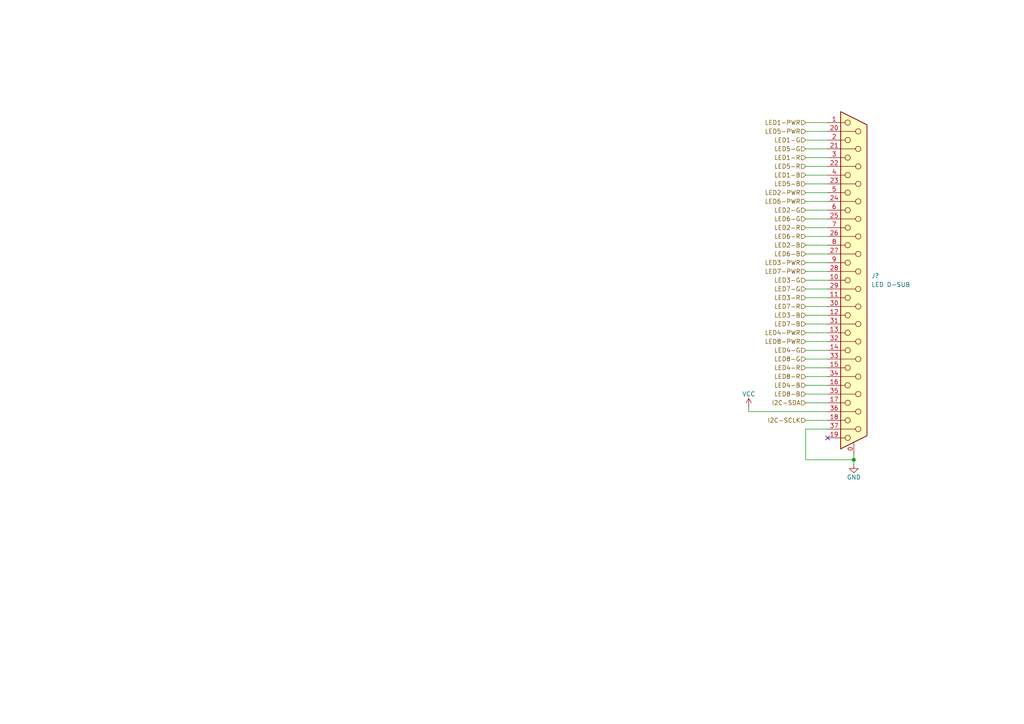
<source format=kicad_sch>
(kicad_sch (version 20211123) (generator eeschema)

  (uuid e8079b1f-88f2-4bf2-81f4-695f64cfde46)

  (paper "A4")

  (lib_symbols
    (symbol "Connector:DB37_Female_MountingHoles" (pin_names (offset 1.016) hide) (in_bom yes) (on_board yes)
      (property "Reference" "J" (id 0) (at 0 52.07 0)
        (effects (font (size 1.27 1.27)))
      )
      (property "Value" "DB37_Female_MountingHoles" (id 1) (at 0 50.165 0)
        (effects (font (size 1.27 1.27)))
      )
      (property "Footprint" "" (id 2) (at 0 0 0)
        (effects (font (size 1.27 1.27)) hide)
      )
      (property "Datasheet" " ~" (id 3) (at 0 0 0)
        (effects (font (size 1.27 1.27)) hide)
      )
      (property "ki_keywords" "female D-SUB connector" (id 4) (at 0 0 0)
        (effects (font (size 1.27 1.27)) hide)
      )
      (property "ki_description" "37-pin female D-SUB connector, Mounting Hole" (id 5) (at 0 0 0)
        (effects (font (size 1.27 1.27)) hide)
      )
      (property "ki_fp_filters" "DSUB*Female*" (id 6) (at 0 0 0)
        (effects (font (size 1.27 1.27)) hide)
      )
      (symbol "DB37_Female_MountingHoles_0_1"
        (circle (center -1.778 -45.72) (radius 0.762)
          (stroke (width 0) (type default) (color 0 0 0 0))
          (fill (type none))
        )
        (circle (center -1.778 -40.64) (radius 0.762)
          (stroke (width 0) (type default) (color 0 0 0 0))
          (fill (type none))
        )
        (circle (center -1.778 -35.56) (radius 0.762)
          (stroke (width 0) (type default) (color 0 0 0 0))
          (fill (type none))
        )
        (circle (center -1.778 -30.48) (radius 0.762)
          (stroke (width 0) (type default) (color 0 0 0 0))
          (fill (type none))
        )
        (circle (center -1.778 -25.4) (radius 0.762)
          (stroke (width 0) (type default) (color 0 0 0 0))
          (fill (type none))
        )
        (circle (center -1.778 -20.32) (radius 0.762)
          (stroke (width 0) (type default) (color 0 0 0 0))
          (fill (type none))
        )
        (circle (center -1.778 -15.24) (radius 0.762)
          (stroke (width 0) (type default) (color 0 0 0 0))
          (fill (type none))
        )
        (circle (center -1.778 -10.16) (radius 0.762)
          (stroke (width 0) (type default) (color 0 0 0 0))
          (fill (type none))
        )
        (circle (center -1.778 -5.08) (radius 0.762)
          (stroke (width 0) (type default) (color 0 0 0 0))
          (fill (type none))
        )
        (circle (center -1.778 0) (radius 0.762)
          (stroke (width 0) (type default) (color 0 0 0 0))
          (fill (type none))
        )
        (circle (center -1.778 5.08) (radius 0.762)
          (stroke (width 0) (type default) (color 0 0 0 0))
          (fill (type none))
        )
        (circle (center -1.778 10.16) (radius 0.762)
          (stroke (width 0) (type default) (color 0 0 0 0))
          (fill (type none))
        )
        (circle (center -1.778 15.24) (radius 0.762)
          (stroke (width 0) (type default) (color 0 0 0 0))
          (fill (type none))
        )
        (circle (center -1.778 20.32) (radius 0.762)
          (stroke (width 0) (type default) (color 0 0 0 0))
          (fill (type none))
        )
        (circle (center -1.778 25.4) (radius 0.762)
          (stroke (width 0) (type default) (color 0 0 0 0))
          (fill (type none))
        )
        (circle (center -1.778 30.48) (radius 0.762)
          (stroke (width 0) (type default) (color 0 0 0 0))
          (fill (type none))
        )
        (circle (center -1.778 35.56) (radius 0.762)
          (stroke (width 0) (type default) (color 0 0 0 0))
          (fill (type none))
        )
        (circle (center -1.778 40.64) (radius 0.762)
          (stroke (width 0) (type default) (color 0 0 0 0))
          (fill (type none))
        )
        (circle (center -1.778 45.72) (radius 0.762)
          (stroke (width 0) (type default) (color 0 0 0 0))
          (fill (type none))
        )
        (polyline
          (pts
            (xy -3.81 -45.72)
            (xy -2.54 -45.72)
          )
          (stroke (width 0) (type default) (color 0 0 0 0))
          (fill (type none))
        )
        (polyline
          (pts
            (xy -3.81 -43.18)
            (xy 0.508 -43.18)
          )
          (stroke (width 0) (type default) (color 0 0 0 0))
          (fill (type none))
        )
        (polyline
          (pts
            (xy -3.81 -40.64)
            (xy -2.54 -40.64)
          )
          (stroke (width 0) (type default) (color 0 0 0 0))
          (fill (type none))
        )
        (polyline
          (pts
            (xy -3.81 -38.1)
            (xy 0.508 -38.1)
          )
          (stroke (width 0) (type default) (color 0 0 0 0))
          (fill (type none))
        )
        (polyline
          (pts
            (xy -3.81 -35.56)
            (xy -2.54 -35.56)
          )
          (stroke (width 0) (type default) (color 0 0 0 0))
          (fill (type none))
        )
        (polyline
          (pts
            (xy -3.81 -33.02)
            (xy 0.508 -33.02)
          )
          (stroke (width 0) (type default) (color 0 0 0 0))
          (fill (type none))
        )
        (polyline
          (pts
            (xy -3.81 -30.48)
            (xy -2.54 -30.48)
          )
          (stroke (width 0) (type default) (color 0 0 0 0))
          (fill (type none))
        )
        (polyline
          (pts
            (xy -3.81 -27.94)
            (xy 0.508 -27.94)
          )
          (stroke (width 0) (type default) (color 0 0 0 0))
          (fill (type none))
        )
        (polyline
          (pts
            (xy -3.81 -25.4)
            (xy -2.54 -25.4)
          )
          (stroke (width 0) (type default) (color 0 0 0 0))
          (fill (type none))
        )
        (polyline
          (pts
            (xy -3.81 -22.86)
            (xy 0.508 -22.86)
          )
          (stroke (width 0) (type default) (color 0 0 0 0))
          (fill (type none))
        )
        (polyline
          (pts
            (xy -3.81 -20.32)
            (xy -2.54 -20.32)
          )
          (stroke (width 0) (type default) (color 0 0 0 0))
          (fill (type none))
        )
        (polyline
          (pts
            (xy -3.81 -17.78)
            (xy 0.508 -17.78)
          )
          (stroke (width 0) (type default) (color 0 0 0 0))
          (fill (type none))
        )
        (polyline
          (pts
            (xy -3.81 -15.24)
            (xy -2.54 -15.24)
          )
          (stroke (width 0) (type default) (color 0 0 0 0))
          (fill (type none))
        )
        (polyline
          (pts
            (xy -3.81 -12.7)
            (xy 0.508 -12.7)
          )
          (stroke (width 0) (type default) (color 0 0 0 0))
          (fill (type none))
        )
        (polyline
          (pts
            (xy -3.81 -10.16)
            (xy -2.54 -10.16)
          )
          (stroke (width 0) (type default) (color 0 0 0 0))
          (fill (type none))
        )
        (polyline
          (pts
            (xy -3.81 -7.62)
            (xy 0.508 -7.62)
          )
          (stroke (width 0) (type default) (color 0 0 0 0))
          (fill (type none))
        )
        (polyline
          (pts
            (xy -3.81 -5.08)
            (xy -2.54 -5.08)
          )
          (stroke (width 0) (type default) (color 0 0 0 0))
          (fill (type none))
        )
        (polyline
          (pts
            (xy -3.81 -2.54)
            (xy 0.508 -2.54)
          )
          (stroke (width 0) (type default) (color 0 0 0 0))
          (fill (type none))
        )
        (polyline
          (pts
            (xy -3.81 0)
            (xy -2.54 0)
          )
          (stroke (width 0) (type default) (color 0 0 0 0))
          (fill (type none))
        )
        (polyline
          (pts
            (xy -3.81 2.54)
            (xy 0.508 2.54)
          )
          (stroke (width 0) (type default) (color 0 0 0 0))
          (fill (type none))
        )
        (polyline
          (pts
            (xy -3.81 5.08)
            (xy -2.54 5.08)
          )
          (stroke (width 0) (type default) (color 0 0 0 0))
          (fill (type none))
        )
        (polyline
          (pts
            (xy -3.81 7.62)
            (xy 0.508 7.62)
          )
          (stroke (width 0) (type default) (color 0 0 0 0))
          (fill (type none))
        )
        (polyline
          (pts
            (xy -3.81 10.16)
            (xy -2.54 10.16)
          )
          (stroke (width 0) (type default) (color 0 0 0 0))
          (fill (type none))
        )
        (polyline
          (pts
            (xy -3.81 12.7)
            (xy 0.508 12.7)
          )
          (stroke (width 0) (type default) (color 0 0 0 0))
          (fill (type none))
        )
        (polyline
          (pts
            (xy -3.81 15.24)
            (xy -2.54 15.24)
          )
          (stroke (width 0) (type default) (color 0 0 0 0))
          (fill (type none))
        )
        (polyline
          (pts
            (xy -3.81 17.78)
            (xy 0.508 17.78)
          )
          (stroke (width 0) (type default) (color 0 0 0 0))
          (fill (type none))
        )
        (polyline
          (pts
            (xy -3.81 20.32)
            (xy -2.54 20.32)
          )
          (stroke (width 0) (type default) (color 0 0 0 0))
          (fill (type none))
        )
        (polyline
          (pts
            (xy -3.81 22.86)
            (xy 0.508 22.86)
          )
          (stroke (width 0) (type default) (color 0 0 0 0))
          (fill (type none))
        )
        (polyline
          (pts
            (xy -3.81 25.4)
            (xy -2.54 25.4)
          )
          (stroke (width 0) (type default) (color 0 0 0 0))
          (fill (type none))
        )
        (polyline
          (pts
            (xy -3.81 27.94)
            (xy 0.508 27.94)
          )
          (stroke (width 0) (type default) (color 0 0 0 0))
          (fill (type none))
        )
        (polyline
          (pts
            (xy -3.81 30.48)
            (xy -2.54 30.48)
          )
          (stroke (width 0) (type default) (color 0 0 0 0))
          (fill (type none))
        )
        (polyline
          (pts
            (xy -3.81 33.02)
            (xy 0.508 33.02)
          )
          (stroke (width 0) (type default) (color 0 0 0 0))
          (fill (type none))
        )
        (polyline
          (pts
            (xy -3.81 35.56)
            (xy -2.54 35.56)
          )
          (stroke (width 0) (type default) (color 0 0 0 0))
          (fill (type none))
        )
        (polyline
          (pts
            (xy -3.81 38.1)
            (xy 0.508 38.1)
          )
          (stroke (width 0) (type default) (color 0 0 0 0))
          (fill (type none))
        )
        (polyline
          (pts
            (xy -3.81 40.64)
            (xy -2.54 40.64)
          )
          (stroke (width 0) (type default) (color 0 0 0 0))
          (fill (type none))
        )
        (polyline
          (pts
            (xy -3.81 43.18)
            (xy 0.508 43.18)
          )
          (stroke (width 0) (type default) (color 0 0 0 0))
          (fill (type none))
        )
        (polyline
          (pts
            (xy -3.81 45.72)
            (xy -2.54 45.72)
          )
          (stroke (width 0) (type default) (color 0 0 0 0))
          (fill (type none))
        )
        (polyline
          (pts
            (xy -3.81 -48.895)
            (xy 3.81 -45.085)
            (xy 3.81 45.085)
            (xy -3.81 48.895)
            (xy -3.81 -48.895)
          )
          (stroke (width 0.254) (type default) (color 0 0 0 0))
          (fill (type background))
        )
        (circle (center 1.27 -43.18) (radius 0.762)
          (stroke (width 0) (type default) (color 0 0 0 0))
          (fill (type none))
        )
        (circle (center 1.27 -38.1) (radius 0.762)
          (stroke (width 0) (type default) (color 0 0 0 0))
          (fill (type none))
        )
        (circle (center 1.27 -33.02) (radius 0.762)
          (stroke (width 0) (type default) (color 0 0 0 0))
          (fill (type none))
        )
        (circle (center 1.27 -27.94) (radius 0.762)
          (stroke (width 0) (type default) (color 0 0 0 0))
          (fill (type none))
        )
        (circle (center 1.27 -22.86) (radius 0.762)
          (stroke (width 0) (type default) (color 0 0 0 0))
          (fill (type none))
        )
        (circle (center 1.27 -17.78) (radius 0.762)
          (stroke (width 0) (type default) (color 0 0 0 0))
          (fill (type none))
        )
        (circle (center 1.27 -12.7) (radius 0.762)
          (stroke (width 0) (type default) (color 0 0 0 0))
          (fill (type none))
        )
        (circle (center 1.27 -7.62) (radius 0.762)
          (stroke (width 0) (type default) (color 0 0 0 0))
          (fill (type none))
        )
        (circle (center 1.27 -2.54) (radius 0.762)
          (stroke (width 0) (type default) (color 0 0 0 0))
          (fill (type none))
        )
        (circle (center 1.27 2.54) (radius 0.762)
          (stroke (width 0) (type default) (color 0 0 0 0))
          (fill (type none))
        )
        (circle (center 1.27 7.62) (radius 0.762)
          (stroke (width 0) (type default) (color 0 0 0 0))
          (fill (type none))
        )
        (circle (center 1.27 12.7) (radius 0.762)
          (stroke (width 0) (type default) (color 0 0 0 0))
          (fill (type none))
        )
        (circle (center 1.27 17.78) (radius 0.762)
          (stroke (width 0) (type default) (color 0 0 0 0))
          (fill (type none))
        )
        (circle (center 1.27 22.86) (radius 0.762)
          (stroke (width 0) (type default) (color 0 0 0 0))
          (fill (type none))
        )
        (circle (center 1.27 27.94) (radius 0.762)
          (stroke (width 0) (type default) (color 0 0 0 0))
          (fill (type none))
        )
        (circle (center 1.27 33.02) (radius 0.762)
          (stroke (width 0) (type default) (color 0 0 0 0))
          (fill (type none))
        )
        (circle (center 1.27 38.1) (radius 0.762)
          (stroke (width 0) (type default) (color 0 0 0 0))
          (fill (type none))
        )
        (circle (center 1.27 43.18) (radius 0.762)
          (stroke (width 0) (type default) (color 0 0 0 0))
          (fill (type none))
        )
      )
      (symbol "DB37_Female_MountingHoles_1_1"
        (pin passive line (at 0 -50.8 90) (length 3.81)
          (name "PAD" (effects (font (size 1.27 1.27))))
          (number "0" (effects (font (size 1.27 1.27))))
        )
        (pin passive line (at -7.62 45.72 0) (length 3.81)
          (name "1" (effects (font (size 1.27 1.27))))
          (number "1" (effects (font (size 1.27 1.27))))
        )
        (pin passive line (at -7.62 0 0) (length 3.81)
          (name "10" (effects (font (size 1.27 1.27))))
          (number "10" (effects (font (size 1.27 1.27))))
        )
        (pin passive line (at -7.62 -5.08 0) (length 3.81)
          (name "11" (effects (font (size 1.27 1.27))))
          (number "11" (effects (font (size 1.27 1.27))))
        )
        (pin passive line (at -7.62 -10.16 0) (length 3.81)
          (name "12" (effects (font (size 1.27 1.27))))
          (number "12" (effects (font (size 1.27 1.27))))
        )
        (pin passive line (at -7.62 -15.24 0) (length 3.81)
          (name "13" (effects (font (size 1.27 1.27))))
          (number "13" (effects (font (size 1.27 1.27))))
        )
        (pin passive line (at -7.62 -20.32 0) (length 3.81)
          (name "14" (effects (font (size 1.27 1.27))))
          (number "14" (effects (font (size 1.27 1.27))))
        )
        (pin passive line (at -7.62 -25.4 0) (length 3.81)
          (name "15" (effects (font (size 1.27 1.27))))
          (number "15" (effects (font (size 1.27 1.27))))
        )
        (pin passive line (at -7.62 -30.48 0) (length 3.81)
          (name "16" (effects (font (size 1.27 1.27))))
          (number "16" (effects (font (size 1.27 1.27))))
        )
        (pin passive line (at -7.62 -35.56 0) (length 3.81)
          (name "17" (effects (font (size 1.27 1.27))))
          (number "17" (effects (font (size 1.27 1.27))))
        )
        (pin passive line (at -7.62 -40.64 0) (length 3.81)
          (name "18" (effects (font (size 1.27 1.27))))
          (number "18" (effects (font (size 1.27 1.27))))
        )
        (pin passive line (at -7.62 -45.72 0) (length 3.81)
          (name "19" (effects (font (size 1.27 1.27))))
          (number "19" (effects (font (size 1.27 1.27))))
        )
        (pin passive line (at -7.62 40.64 0) (length 3.81)
          (name "2" (effects (font (size 1.27 1.27))))
          (number "2" (effects (font (size 1.27 1.27))))
        )
        (pin passive line (at -7.62 43.18 0) (length 3.81)
          (name "20" (effects (font (size 1.27 1.27))))
          (number "20" (effects (font (size 1.27 1.27))))
        )
        (pin passive line (at -7.62 38.1 0) (length 3.81)
          (name "21" (effects (font (size 1.27 1.27))))
          (number "21" (effects (font (size 1.27 1.27))))
        )
        (pin passive line (at -7.62 33.02 0) (length 3.81)
          (name "22" (effects (font (size 1.27 1.27))))
          (number "22" (effects (font (size 1.27 1.27))))
        )
        (pin passive line (at -7.62 27.94 0) (length 3.81)
          (name "23" (effects (font (size 1.27 1.27))))
          (number "23" (effects (font (size 1.27 1.27))))
        )
        (pin passive line (at -7.62 22.86 0) (length 3.81)
          (name "24" (effects (font (size 1.27 1.27))))
          (number "24" (effects (font (size 1.27 1.27))))
        )
        (pin passive line (at -7.62 17.78 0) (length 3.81)
          (name "25" (effects (font (size 1.27 1.27))))
          (number "25" (effects (font (size 1.27 1.27))))
        )
        (pin passive line (at -7.62 12.7 0) (length 3.81)
          (name "26" (effects (font (size 1.27 1.27))))
          (number "26" (effects (font (size 1.27 1.27))))
        )
        (pin passive line (at -7.62 7.62 0) (length 3.81)
          (name "27" (effects (font (size 1.27 1.27))))
          (number "27" (effects (font (size 1.27 1.27))))
        )
        (pin passive line (at -7.62 2.54 0) (length 3.81)
          (name "28" (effects (font (size 1.27 1.27))))
          (number "28" (effects (font (size 1.27 1.27))))
        )
        (pin passive line (at -7.62 -2.54 0) (length 3.81)
          (name "29" (effects (font (size 1.27 1.27))))
          (number "29" (effects (font (size 1.27 1.27))))
        )
        (pin passive line (at -7.62 35.56 0) (length 3.81)
          (name "3" (effects (font (size 1.27 1.27))))
          (number "3" (effects (font (size 1.27 1.27))))
        )
        (pin passive line (at -7.62 -7.62 0) (length 3.81)
          (name "30" (effects (font (size 1.27 1.27))))
          (number "30" (effects (font (size 1.27 1.27))))
        )
        (pin passive line (at -7.62 -12.7 0) (length 3.81)
          (name "31" (effects (font (size 1.27 1.27))))
          (number "31" (effects (font (size 1.27 1.27))))
        )
        (pin passive line (at -7.62 -17.78 0) (length 3.81)
          (name "32" (effects (font (size 1.27 1.27))))
          (number "32" (effects (font (size 1.27 1.27))))
        )
        (pin passive line (at -7.62 -22.86 0) (length 3.81)
          (name "33" (effects (font (size 1.27 1.27))))
          (number "33" (effects (font (size 1.27 1.27))))
        )
        (pin passive line (at -7.62 -27.94 0) (length 3.81)
          (name "34" (effects (font (size 1.27 1.27))))
          (number "34" (effects (font (size 1.27 1.27))))
        )
        (pin passive line (at -7.62 -33.02 0) (length 3.81)
          (name "35" (effects (font (size 1.27 1.27))))
          (number "35" (effects (font (size 1.27 1.27))))
        )
        (pin passive line (at -7.62 -38.1 0) (length 3.81)
          (name "36" (effects (font (size 1.27 1.27))))
          (number "36" (effects (font (size 1.27 1.27))))
        )
        (pin passive line (at -7.62 -43.18 0) (length 3.81)
          (name "37" (effects (font (size 1.27 1.27))))
          (number "37" (effects (font (size 1.27 1.27))))
        )
        (pin passive line (at -7.62 30.48 0) (length 3.81)
          (name "4" (effects (font (size 1.27 1.27))))
          (number "4" (effects (font (size 1.27 1.27))))
        )
        (pin passive line (at -7.62 25.4 0) (length 3.81)
          (name "5" (effects (font (size 1.27 1.27))))
          (number "5" (effects (font (size 1.27 1.27))))
        )
        (pin passive line (at -7.62 20.32 0) (length 3.81)
          (name "6" (effects (font (size 1.27 1.27))))
          (number "6" (effects (font (size 1.27 1.27))))
        )
        (pin passive line (at -7.62 15.24 0) (length 3.81)
          (name "7" (effects (font (size 1.27 1.27))))
          (number "7" (effects (font (size 1.27 1.27))))
        )
        (pin passive line (at -7.62 10.16 0) (length 3.81)
          (name "8" (effects (font (size 1.27 1.27))))
          (number "8" (effects (font (size 1.27 1.27))))
        )
        (pin passive line (at -7.62 5.08 0) (length 3.81)
          (name "9" (effects (font (size 1.27 1.27))))
          (number "9" (effects (font (size 1.27 1.27))))
        )
      )
    )
    (symbol "power:GND" (power) (pin_names (offset 0)) (in_bom yes) (on_board yes)
      (property "Reference" "#PWR" (id 0) (at 0 -6.35 0)
        (effects (font (size 1.27 1.27)) hide)
      )
      (property "Value" "GND" (id 1) (at 0 -3.81 0)
        (effects (font (size 1.27 1.27)))
      )
      (property "Footprint" "" (id 2) (at 0 0 0)
        (effects (font (size 1.27 1.27)) hide)
      )
      (property "Datasheet" "" (id 3) (at 0 0 0)
        (effects (font (size 1.27 1.27)) hide)
      )
      (property "ki_keywords" "power-flag" (id 4) (at 0 0 0)
        (effects (font (size 1.27 1.27)) hide)
      )
      (property "ki_description" "Power symbol creates a global label with name \"GND\" , ground" (id 5) (at 0 0 0)
        (effects (font (size 1.27 1.27)) hide)
      )
      (symbol "GND_0_1"
        (polyline
          (pts
            (xy 0 0)
            (xy 0 -1.27)
            (xy 1.27 -1.27)
            (xy 0 -2.54)
            (xy -1.27 -1.27)
            (xy 0 -1.27)
          )
          (stroke (width 0) (type default) (color 0 0 0 0))
          (fill (type none))
        )
      )
      (symbol "GND_1_1"
        (pin power_in line (at 0 0 270) (length 0) hide
          (name "GND" (effects (font (size 1.27 1.27))))
          (number "1" (effects (font (size 1.27 1.27))))
        )
      )
    )
    (symbol "power:VCC" (power) (pin_names (offset 0)) (in_bom yes) (on_board yes)
      (property "Reference" "#PWR" (id 0) (at 0 -3.81 0)
        (effects (font (size 1.27 1.27)) hide)
      )
      (property "Value" "VCC" (id 1) (at 0 3.81 0)
        (effects (font (size 1.27 1.27)))
      )
      (property "Footprint" "" (id 2) (at 0 0 0)
        (effects (font (size 1.27 1.27)) hide)
      )
      (property "Datasheet" "" (id 3) (at 0 0 0)
        (effects (font (size 1.27 1.27)) hide)
      )
      (property "ki_keywords" "power-flag" (id 4) (at 0 0 0)
        (effects (font (size 1.27 1.27)) hide)
      )
      (property "ki_description" "Power symbol creates a global label with name \"VCC\"" (id 5) (at 0 0 0)
        (effects (font (size 1.27 1.27)) hide)
      )
      (symbol "VCC_0_1"
        (polyline
          (pts
            (xy -0.762 1.27)
            (xy 0 2.54)
          )
          (stroke (width 0) (type default) (color 0 0 0 0))
          (fill (type none))
        )
        (polyline
          (pts
            (xy 0 0)
            (xy 0 2.54)
          )
          (stroke (width 0) (type default) (color 0 0 0 0))
          (fill (type none))
        )
        (polyline
          (pts
            (xy 0 2.54)
            (xy 0.762 1.27)
          )
          (stroke (width 0) (type default) (color 0 0 0 0))
          (fill (type none))
        )
      )
      (symbol "VCC_1_1"
        (pin power_in line (at 0 0 90) (length 0) hide
          (name "VCC" (effects (font (size 1.27 1.27))))
          (number "1" (effects (font (size 1.27 1.27))))
        )
      )
    )
  )

  (junction (at 247.65 133.35) (diameter 0) (color 0 0 0 0)
    (uuid 823719ce-52df-412d-9935-098864d6c61a)
  )

  (no_connect (at 240.03 127) (uuid 55e41235-de13-4b90-94a2-04e29687426f))

  (wire (pts (xy 233.68 38.1) (xy 240.03 38.1))
    (stroke (width 0) (type default) (color 0 0 0 0))
    (uuid 04bfacd5-7995-40cd-8ee2-374dc11c6ac6)
  )
  (wire (pts (xy 233.68 45.72) (xy 240.03 45.72))
    (stroke (width 0) (type default) (color 0 0 0 0))
    (uuid 1a04a4fa-81ba-405e-8900-2b41c6437656)
  )
  (wire (pts (xy 233.68 60.96) (xy 240.03 60.96))
    (stroke (width 0) (type default) (color 0 0 0 0))
    (uuid 1a8644b3-d58a-4f1a-858c-b66b664c6d5b)
  )
  (wire (pts (xy 233.68 86.36) (xy 240.03 86.36))
    (stroke (width 0) (type default) (color 0 0 0 0))
    (uuid 44ae7ac7-bf21-4ed2-af32-57f9585fd66f)
  )
  (wire (pts (xy 233.68 99.06) (xy 240.03 99.06))
    (stroke (width 0) (type default) (color 0 0 0 0))
    (uuid 468f9cc6-ee46-4d03-ae2f-2f5900233f71)
  )
  (wire (pts (xy 233.68 68.58) (xy 240.03 68.58))
    (stroke (width 0) (type default) (color 0 0 0 0))
    (uuid 46ce208a-1920-4b82-a18d-b3d48796d50f)
  )
  (wire (pts (xy 233.68 133.35) (xy 233.68 124.46))
    (stroke (width 0) (type default) (color 0 0 0 0))
    (uuid 474c2c7b-9c6e-423e-8d70-e0645e4ea671)
  )
  (wire (pts (xy 233.68 50.8) (xy 240.03 50.8))
    (stroke (width 0) (type default) (color 0 0 0 0))
    (uuid 47fe85d9-2632-45d6-b6b5-9e2018156a80)
  )
  (wire (pts (xy 247.65 133.35) (xy 247.65 134.62))
    (stroke (width 0) (type default) (color 0 0 0 0))
    (uuid 53ce6f38-8dff-453c-858d-cf11daac6fbf)
  )
  (wire (pts (xy 233.68 43.18) (xy 240.03 43.18))
    (stroke (width 0) (type default) (color 0 0 0 0))
    (uuid 5e262486-fac5-42f8-985f-a4b6e64f6f1a)
  )
  (wire (pts (xy 233.68 81.28) (xy 240.03 81.28))
    (stroke (width 0) (type default) (color 0 0 0 0))
    (uuid 70a9b7a4-6899-4b4b-b050-8fbf797df8a5)
  )
  (wire (pts (xy 233.68 58.42) (xy 240.03 58.42))
    (stroke (width 0) (type default) (color 0 0 0 0))
    (uuid 79d40bac-6edb-4485-be0c-995780242d20)
  )
  (wire (pts (xy 233.68 101.6) (xy 240.03 101.6))
    (stroke (width 0) (type default) (color 0 0 0 0))
    (uuid 7af13073-0de9-4006-a0c5-cbfbfee0f154)
  )
  (wire (pts (xy 233.68 35.56) (xy 240.03 35.56))
    (stroke (width 0) (type default) (color 0 0 0 0))
    (uuid 7c38a2fa-58e3-472f-87e8-75a6e13d2efd)
  )
  (wire (pts (xy 247.65 132.08) (xy 247.65 133.35))
    (stroke (width 0) (type default) (color 0 0 0 0))
    (uuid 8882423e-a8a8-4103-a10a-981a6368de48)
  )
  (wire (pts (xy 233.68 53.34) (xy 240.03 53.34))
    (stroke (width 0) (type default) (color 0 0 0 0))
    (uuid 8e66cf55-81ac-4f44-bc78-7535cecef8c2)
  )
  (wire (pts (xy 233.68 63.5) (xy 240.03 63.5))
    (stroke (width 0) (type default) (color 0 0 0 0))
    (uuid 922f1723-db3e-4979-b61c-4a741a69c79d)
  )
  (wire (pts (xy 233.68 76.2) (xy 240.03 76.2))
    (stroke (width 0) (type default) (color 0 0 0 0))
    (uuid 92f1c792-5a2b-4283-b2a4-943ff8a99132)
  )
  (wire (pts (xy 233.68 111.76) (xy 240.03 111.76))
    (stroke (width 0) (type default) (color 0 0 0 0))
    (uuid a0b5fa66-3a68-479d-8983-f5cfe042e338)
  )
  (wire (pts (xy 233.68 73.66) (xy 240.03 73.66))
    (stroke (width 0) (type default) (color 0 0 0 0))
    (uuid a2bf624a-a661-454d-9964-fd93de0ac299)
  )
  (wire (pts (xy 233.68 93.98) (xy 240.03 93.98))
    (stroke (width 0) (type default) (color 0 0 0 0))
    (uuid a69e7bbe-0c3c-470c-8611-db3c90c1d84e)
  )
  (wire (pts (xy 233.68 121.92) (xy 240.03 121.92))
    (stroke (width 0) (type default) (color 0 0 0 0))
    (uuid a8a4eb79-cf51-4ab5-84a1-efdf4dc0240d)
  )
  (wire (pts (xy 233.68 83.82) (xy 240.03 83.82))
    (stroke (width 0) (type default) (color 0 0 0 0))
    (uuid b0bd5658-2538-4381-9490-e83a2d354c6e)
  )
  (wire (pts (xy 233.68 88.9) (xy 240.03 88.9))
    (stroke (width 0) (type default) (color 0 0 0 0))
    (uuid b2ecb5dc-e5e8-4701-a412-f1f197756a70)
  )
  (wire (pts (xy 233.68 96.52) (xy 240.03 96.52))
    (stroke (width 0) (type default) (color 0 0 0 0))
    (uuid bdefee62-a46d-4184-a7e4-1ae040010b58)
  )
  (wire (pts (xy 233.68 91.44) (xy 240.03 91.44))
    (stroke (width 0) (type default) (color 0 0 0 0))
    (uuid c1c6b668-fa98-4859-ba7e-2a2a3632996a)
  )
  (wire (pts (xy 233.68 71.12) (xy 240.03 71.12))
    (stroke (width 0) (type default) (color 0 0 0 0))
    (uuid c695c10e-0cca-4c7e-a871-5598b11b6860)
  )
  (wire (pts (xy 233.68 104.14) (xy 240.03 104.14))
    (stroke (width 0) (type default) (color 0 0 0 0))
    (uuid c9375d22-c50d-4f28-aea8-dfe7e1e02b48)
  )
  (wire (pts (xy 233.68 78.74) (xy 240.03 78.74))
    (stroke (width 0) (type default) (color 0 0 0 0))
    (uuid d304b215-4606-4a49-a737-501ba29767c3)
  )
  (wire (pts (xy 233.68 124.46) (xy 240.03 124.46))
    (stroke (width 0) (type default) (color 0 0 0 0))
    (uuid d5144c6e-bc38-4478-a65a-e6178674e97f)
  )
  (wire (pts (xy 233.68 40.64) (xy 240.03 40.64))
    (stroke (width 0) (type default) (color 0 0 0 0))
    (uuid d99cd7fe-ce05-4b44-9383-7d75f917186c)
  )
  (wire (pts (xy 247.65 133.35) (xy 233.68 133.35))
    (stroke (width 0) (type default) (color 0 0 0 0))
    (uuid dbc7d392-de85-4ce5-a5fd-5caa242324d1)
  )
  (wire (pts (xy 233.68 109.22) (xy 240.03 109.22))
    (stroke (width 0) (type default) (color 0 0 0 0))
    (uuid e0e2fb03-33ec-4778-93aa-cb40e1b5cd09)
  )
  (wire (pts (xy 233.68 116.84) (xy 240.03 116.84))
    (stroke (width 0) (type default) (color 0 0 0 0))
    (uuid e64f4312-0650-447f-a11a-538e71c65901)
  )
  (wire (pts (xy 217.17 118.11) (xy 217.17 119.38))
    (stroke (width 0) (type default) (color 0 0 0 0))
    (uuid ecf4b042-002a-403e-84ab-4610cdf2d67a)
  )
  (wire (pts (xy 217.17 119.38) (xy 240.03 119.38))
    (stroke (width 0) (type default) (color 0 0 0 0))
    (uuid edd04fbc-4801-4696-82e9-f201c41c3121)
  )
  (wire (pts (xy 233.68 66.04) (xy 240.03 66.04))
    (stroke (width 0) (type default) (color 0 0 0 0))
    (uuid f116ce94-f8b0-4852-9c89-b0ad21439d48)
  )
  (wire (pts (xy 233.68 48.26) (xy 240.03 48.26))
    (stroke (width 0) (type default) (color 0 0 0 0))
    (uuid f254d2c9-5d66-4632-81a2-e131a6dd4eeb)
  )
  (wire (pts (xy 233.68 114.3) (xy 240.03 114.3))
    (stroke (width 0) (type default) (color 0 0 0 0))
    (uuid fa6e216d-3500-4bbb-9037-98d71a22584d)
  )
  (wire (pts (xy 233.68 106.68) (xy 240.03 106.68))
    (stroke (width 0) (type default) (color 0 0 0 0))
    (uuid fa7569d0-0daf-421d-9925-2b6325b0750c)
  )
  (wire (pts (xy 233.68 55.88) (xy 240.03 55.88))
    (stroke (width 0) (type default) (color 0 0 0 0))
    (uuid fc91834e-35d6-4c44-a682-6ff8abe58a56)
  )

  (hierarchical_label "LED2-PWR" (shape input) (at 233.68 55.88 180)
    (effects (font (size 1.27 1.27)) (justify right))
    (uuid 00e3e761-3618-4656-8bdb-f62b07430cd6)
  )
  (hierarchical_label "LED1-PWR" (shape input) (at 233.68 35.56 180)
    (effects (font (size 1.27 1.27)) (justify right))
    (uuid 02ab6b07-677b-4d3f-9526-94f1848f24a1)
  )
  (hierarchical_label "LED4-G" (shape input) (at 233.68 101.6 180)
    (effects (font (size 1.27 1.27)) (justify right))
    (uuid 0ea8e42b-8386-4cfa-bbb9-7174818241ef)
  )
  (hierarchical_label "LED5-B" (shape input) (at 233.68 53.34 180)
    (effects (font (size 1.27 1.27)) (justify right))
    (uuid 0efd624a-5d29-4d92-9a46-98ff8f9c1218)
  )
  (hierarchical_label "LED3-G" (shape input) (at 233.68 81.28 180)
    (effects (font (size 1.27 1.27)) (justify right))
    (uuid 1ffdd407-32b7-4891-b39c-5d619c6f3dca)
  )
  (hierarchical_label "LED8-B" (shape input) (at 233.68 114.3 180)
    (effects (font (size 1.27 1.27)) (justify right))
    (uuid 287cdd7c-08c5-473e-b15a-220a910f71aa)
  )
  (hierarchical_label "LED5-PWR" (shape input) (at 233.68 38.1 180)
    (effects (font (size 1.27 1.27)) (justify right))
    (uuid 3daf5d1e-efed-4199-a1f9-488287d077ae)
  )
  (hierarchical_label "LED6-G" (shape input) (at 233.68 63.5 180)
    (effects (font (size 1.27 1.27)) (justify right))
    (uuid 4a397096-f9d8-41d2-9cdd-6d7e36354580)
  )
  (hierarchical_label "LED4-PWR" (shape input) (at 233.68 96.52 180)
    (effects (font (size 1.27 1.27)) (justify right))
    (uuid 5ae66df6-d9f7-417f-b426-08770e730484)
  )
  (hierarchical_label "LED3-B" (shape input) (at 233.68 91.44 180)
    (effects (font (size 1.27 1.27)) (justify right))
    (uuid 5b59dcb4-3e2c-4343-8908-016fd113d628)
  )
  (hierarchical_label "LED1-G" (shape input) (at 233.68 40.64 180)
    (effects (font (size 1.27 1.27)) (justify right))
    (uuid 66fbae49-acf3-4a3c-b5d5-4bb31250ac9b)
  )
  (hierarchical_label "I2C-SCLK" (shape input) (at 233.68 121.92 180)
    (effects (font (size 1.27 1.27)) (justify right))
    (uuid 77dbd232-e097-4774-9297-346f23131f2d)
  )
  (hierarchical_label "LED6-PWR" (shape input) (at 233.68 58.42 180)
    (effects (font (size 1.27 1.27)) (justify right))
    (uuid 7da9d9d2-24e4-46ac-ace3-39ca99f07569)
  )
  (hierarchical_label "LED8-R" (shape input) (at 233.68 109.22 180)
    (effects (font (size 1.27 1.27)) (justify right))
    (uuid 88bbe2ec-0287-4afc-917e-b6cf5a5de1e5)
  )
  (hierarchical_label "LED2-R" (shape input) (at 233.68 66.04 180)
    (effects (font (size 1.27 1.27)) (justify right))
    (uuid 9215e518-3c73-4e89-9722-4a166dae8d37)
  )
  (hierarchical_label "LED7-PWR" (shape input) (at 233.68 78.74 180)
    (effects (font (size 1.27 1.27)) (justify right))
    (uuid 92288c99-455a-41f3-b9ad-1f932dd5a4e2)
  )
  (hierarchical_label "LED7-B" (shape input) (at 233.68 93.98 180)
    (effects (font (size 1.27 1.27)) (justify right))
    (uuid a0fc2c02-4a80-4c00-976c-f215bd6d9a81)
  )
  (hierarchical_label "LED5-G" (shape input) (at 233.68 43.18 180)
    (effects (font (size 1.27 1.27)) (justify right))
    (uuid a15dba49-3d5b-4051-93f2-b833a1714dc1)
  )
  (hierarchical_label "LED5-R" (shape input) (at 233.68 48.26 180)
    (effects (font (size 1.27 1.27)) (justify right))
    (uuid a49d738e-1e06-48ba-ae57-01e60f2afe8a)
  )
  (hierarchical_label "LED2-G" (shape input) (at 233.68 60.96 180)
    (effects (font (size 1.27 1.27)) (justify right))
    (uuid a4faeb0b-5cf2-43de-9b4a-fdfb02d8bca5)
  )
  (hierarchical_label "I2C-SDA" (shape input) (at 233.68 116.84 180)
    (effects (font (size 1.27 1.27)) (justify right))
    (uuid a5398769-8e06-444c-a169-19935317e554)
  )
  (hierarchical_label "LED1-B" (shape input) (at 233.68 50.8 180)
    (effects (font (size 1.27 1.27)) (justify right))
    (uuid af2e2196-59a8-472e-a46b-01a01fed24fa)
  )
  (hierarchical_label "LED2-B" (shape input) (at 233.68 71.12 180)
    (effects (font (size 1.27 1.27)) (justify right))
    (uuid b3c3471f-789d-448f-ba98-c43993ca55e4)
  )
  (hierarchical_label "LED8-G" (shape input) (at 233.68 104.14 180)
    (effects (font (size 1.27 1.27)) (justify right))
    (uuid b9a938ac-e839-43fd-b9c8-4a2bfd6d8494)
  )
  (hierarchical_label "LED4-R" (shape input) (at 233.68 106.68 180)
    (effects (font (size 1.27 1.27)) (justify right))
    (uuid c8b67429-20ce-4796-9537-b1e30e61aa0e)
  )
  (hierarchical_label "LED4-B" (shape input) (at 233.68 111.76 180)
    (effects (font (size 1.27 1.27)) (justify right))
    (uuid cdc585fb-bfc0-4916-93d2-c05303981852)
  )
  (hierarchical_label "LED6-B" (shape input) (at 233.68 73.66 180)
    (effects (font (size 1.27 1.27)) (justify right))
    (uuid cece73f6-06cf-4a82-baed-2adca9ac5f5c)
  )
  (hierarchical_label "LED1-R" (shape input) (at 233.68 45.72 180)
    (effects (font (size 1.27 1.27)) (justify right))
    (uuid d2b826fd-ad87-4c25-aee8-fc80361aef21)
  )
  (hierarchical_label "LED7-G" (shape input) (at 233.68 83.82 180)
    (effects (font (size 1.27 1.27)) (justify right))
    (uuid dc02a369-afd6-4458-83de-b439e9e9c93b)
  )
  (hierarchical_label "LED7-R" (shape input) (at 233.68 88.9 180)
    (effects (font (size 1.27 1.27)) (justify right))
    (uuid e1561247-0c26-4c1c-a51b-4590685001ea)
  )
  (hierarchical_label "LED6-R" (shape input) (at 233.68 68.58 180)
    (effects (font (size 1.27 1.27)) (justify right))
    (uuid e6c5d33b-e29f-40d0-b633-c75e761b6abe)
  )
  (hierarchical_label "LED8-PWR" (shape input) (at 233.68 99.06 180)
    (effects (font (size 1.27 1.27)) (justify right))
    (uuid f7d4811e-d693-4e8f-943f-580692d62755)
  )
  (hierarchical_label "LED3-R" (shape input) (at 233.68 86.36 180)
    (effects (font (size 1.27 1.27)) (justify right))
    (uuid f8cf765a-3642-4a5b-a3e5-62a875d2cf74)
  )
  (hierarchical_label "LED3-PWR" (shape input) (at 233.68 76.2 180)
    (effects (font (size 1.27 1.27)) (justify right))
    (uuid faa923fe-cffb-4309-b617-818719d1982d)
  )

  (symbol (lib_id "power:VCC") (at 217.17 118.11 0) (unit 1)
    (in_bom yes) (on_board yes)
    (uuid 1412edf0-5773-45ac-b23f-e9e016839bd3)
    (property "Reference" "#PWR?" (id 0) (at 217.17 121.92 0)
      (effects (font (size 1.27 1.27)) hide)
    )
    (property "Value" "VCC" (id 1) (at 217.17 114.3 0))
    (property "Footprint" "" (id 2) (at 217.17 118.11 0)
      (effects (font (size 1.27 1.27)) hide)
    )
    (property "Datasheet" "" (id 3) (at 217.17 118.11 0)
      (effects (font (size 1.27 1.27)) hide)
    )
    (pin "1" (uuid 5fa8b10a-da4a-4ebf-be8d-d41f65a15170))
  )

  (symbol (lib_id "Connector:DB37_Female_MountingHoles") (at 247.65 81.28 0) (unit 1)
    (in_bom yes) (on_board yes) (fields_autoplaced)
    (uuid 2d483d0e-1838-4a38-a363-90ee6f31c465)
    (property "Reference" "J?" (id 0) (at 252.73 80.0099 0)
      (effects (font (size 1.27 1.27)) (justify left))
    )
    (property "Value" "LED D-SUB" (id 1) (at 252.73 82.5499 0)
      (effects (font (size 1.27 1.27)) (justify left))
    )
    (property "Footprint" "Daxxn_Connectors:DSUB-37-182-037-113R531" (id 2) (at 247.65 81.28 0)
      (effects (font (size 1.27 1.27)) hide)
    )
    (property "Datasheet" " ~" (id 3) (at 247.65 81.28 0)
      (effects (font (size 1.27 1.27)) hide)
    )
    (pin "0" (uuid be65ee07-b4e6-40b8-9359-81ee86c58fe4))
    (pin "1" (uuid 6190098e-4a64-4841-b03c-9f915266fc32))
    (pin "10" (uuid 307226c3-99b7-4690-9cc9-aca69bcd1d6e))
    (pin "11" (uuid 495a2e4d-1236-4067-95b3-08dcff663554))
    (pin "12" (uuid 229d4f12-a130-4f1a-9dba-b79540ee306e))
    (pin "13" (uuid c895b9cc-3b00-4db0-8f24-e52a2887f16f))
    (pin "14" (uuid edc5615e-f353-4e05-b667-52662e55fa6f))
    (pin "15" (uuid 72dbda4a-e3fc-4bbd-a92f-56deb92e8aa9))
    (pin "16" (uuid 92b6789d-caf4-4347-aa00-d23a094bb271))
    (pin "17" (uuid 49ff7fc6-f88e-47a0-bf0b-be799248b060))
    (pin "18" (uuid 8972f5f4-f8c0-418e-917d-e134af2b233a))
    (pin "19" (uuid c12fb236-a591-4b7a-aaf3-2f203c2dcc7d))
    (pin "2" (uuid 03b6e15a-b27c-4978-ad1e-43a33ba6d933))
    (pin "20" (uuid a9f56599-0f7a-40fa-9da4-4abbb99b1fe1))
    (pin "21" (uuid adcdeb8c-150f-4c36-a391-7f7bbbf536a2))
    (pin "22" (uuid bf00b36d-efb6-47c9-958d-7527490c8f0d))
    (pin "23" (uuid 2fd6eca5-4a25-4ccb-9418-7f472612bd28))
    (pin "24" (uuid 884f7053-4031-4e75-9fe8-d82e845b1bb6))
    (pin "25" (uuid 3c1687db-ce65-4921-b80b-bd5f6aaa6830))
    (pin "26" (uuid dcf930a6-8c63-4f2c-b577-751a3a83fef8))
    (pin "27" (uuid 749a64ef-0e7c-4189-9ae9-5fce1b993929))
    (pin "28" (uuid d26a3a43-5f94-45d8-9dc3-b3998a8837f7))
    (pin "29" (uuid 268bdad2-e8c5-454b-9dc6-baf01ae5b6c5))
    (pin "3" (uuid cfa51801-8ab1-4b14-95d6-253d10acbc06))
    (pin "30" (uuid cac571f6-fc5a-4f5d-9042-37fef41f9676))
    (pin "31" (uuid 20a24b1b-642f-47cc-9cbc-e407852a6256))
    (pin "32" (uuid b053bbc4-c11b-4355-8c14-97e5625a4aa5))
    (pin "33" (uuid da345348-6f5a-41e4-a451-ae70ccb3fc46))
    (pin "34" (uuid ca24ebb0-c48a-40b5-a4b0-9b2b030270ec))
    (pin "35" (uuid 4cc2d2a5-b447-4a87-a310-c4543d8a1a45))
    (pin "36" (uuid 9a31edfa-1547-4a09-a53d-09d110b44fb7))
    (pin "37" (uuid 5fe1443c-fe1a-435f-b8b4-5305450d94a9))
    (pin "4" (uuid 29f5a582-c837-4403-8a91-b3d722d0c065))
    (pin "5" (uuid 6a2fa295-cc69-423e-a961-09f7830b31d3))
    (pin "6" (uuid d6608461-8458-47d2-b146-5b2ba548c579))
    (pin "7" (uuid 2bb6d343-0f61-44f1-82eb-79a429168fb4))
    (pin "8" (uuid b528b5f5-c51f-4238-88a8-a08737cd0429))
    (pin "9" (uuid 89adfc76-6150-4e39-8a41-d756883b5504))
  )

  (symbol (lib_id "power:GND") (at 247.65 134.62 0) (unit 1)
    (in_bom yes) (on_board yes)
    (uuid 785d56f2-76a6-42b0-a5af-2330a18c8362)
    (property "Reference" "#PWR?" (id 0) (at 247.65 140.97 0)
      (effects (font (size 1.27 1.27)) hide)
    )
    (property "Value" "GND" (id 1) (at 247.65 138.43 0))
    (property "Footprint" "" (id 2) (at 247.65 134.62 0)
      (effects (font (size 1.27 1.27)) hide)
    )
    (property "Datasheet" "" (id 3) (at 247.65 134.62 0)
      (effects (font (size 1.27 1.27)) hide)
    )
    (pin "1" (uuid 3eb2df72-210c-4e6a-9275-01a3a18dcf9a))
  )
)

</source>
